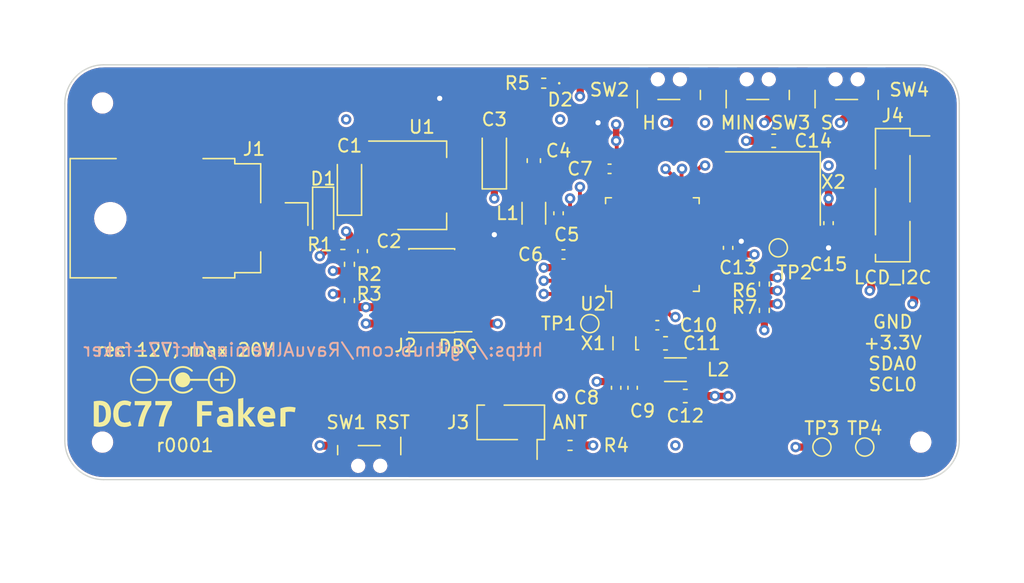
<source format=kicad_pcb>
(kicad_pcb (version 20221018) (generator pcbnew)
  (layers (0 "F.Cu" mixed "F.Cu.Gnd") (1 "In1.Cu" mixed "In1.Cu.SigPwr") (2 "In2.Cu" mixed "In2.Cu.SigPwr") (31 "B.Cu" mixed "B.Cu.Gnd") (34 "B.Paste" user) (35 "F.Paste" user) (36 "B.SilkS" user "B.Silkscreen") (37 "F.SilkS" user "F.Silkscreen") (38 "B.Mask" user) (39 "F.Mask" user) (44 "Edge.Cuts" user))
  (net 0 "")
  (net 1 "GND")
  (net 2 "Net-(C1-Pad1)")
  (net 3 "+3.3V")
  (net 4 "/VDDANA")
  (net 5 "Net-(D1-Pad2)")
  (net 6 "Net-(D2-Pad1)")
  (net 7 "/RAWGND")
  (net 8 "/VDDCORE")
  (net 9 "/VSW")
  (net 10 "/~{RST}")
  (net 12 "/LED")
  (net 13 "/SDA0")
  (net 14 "/SCL0")
  (net 16 "/SWDIO")
  (net 17 "/SWCLK")
  (net 21 "Net-(J3-Pad1)")
  (net 22 "Net-(R2-Pad2)")
  (net 23 "/TCC0WO0")
  (net 24 "/XIN")
  (net 25 "/XIN32")
  (net 48 "/VDDIN")
  (net 49 "/H")
  (net 50 "/MIN")
  (net 51 "/S")
  (net 52 "/VDDIO1")
  (net 53 "/VDDIO2")
  (footprint "JLCPCB:JLCPCB_Mounting_Hole" (layer "F.Cu") (at 152.908 86.106)
    (fp_text reference "REF**" hide)
    (fp_text value "JLCPCB_Mounting_Hole" hide)
    (pad "" np_thru_hole circle (at 0 0) (size 1.152 1.152) (drill 1.152) (layers "F&B.Cu" "*.Mask"))
  )
  (footprint "Connector_BarrelJack:BarrelJack_CUI_PJ-036AH-SMT_Horizontal" (layer "F.Cu") (at 160.512 68.834 -90)
    (fp_text reference "J1" (at -5.334 -4.08 180) (layer "F.SilkS"))
    (fp_text value "Barrel_Jack")
    (pad "" np_thru_hole circle (at 0 7 270) (size 2 2) (drill 2) (layers "*.Cu" "*.Mask"))
    (pad "1" smd rect (at 0.7 -5.8 270) (size 3.3 4.4) (layers "F.Cu" "F.Paste" "F.Mask") (net 5 "Net-(D1-Pad2)"))
    (pad "2" smd rect (at -6.45 3.2 270) (size 3.9 6.2) (layers "F.Cu" "F.Paste" "F.Mask") (net 7 "/RAWGND"))
    (pad "3" smd rect (at 6.45 3.2 270) (size 3.9 6.2) (layers "F.Cu" "F.Paste" "F.Mask"))
  )
  (footprint "Capacitor_SMD:C_0402_1005Metric" (layer "F.Cu") (at 188.087 68.453 90)
    (fp_text reference "C5" (at -1.651 0.635 180) (layer "F.SilkS"))
    (fp_text value "100nF" hide)
    (pad "1" smd roundrect (at -0.48 0 90) (size 0.56 0.62) (layers "F.Cu" "F.Paste" "F.Mask") (net 8 "/VDDCORE"))
    (pad "2" smd roundrect (at 0.48 0 90) (size 0.56 0.62) (layers "F.Cu" "F.Paste" "F.Mask") (net 1 "GND"))
  )
  (footprint "TestPoint:TestPoint_Pad_D1.0mm" (layer "F.Cu") (at 190.5 76.962)
    (fp_text reference "TP1" (at -2.413 0) (layer "F.SilkS"))
    (fp_text value "TestPoint" hide)
    (pad "1" smd circle (at 0 0) (size 1 1) (layers "F.Cu" "F.Mask") (net 25 "/XIN32"))
  )
  (footprint "Capacitor_SMD:C_0402_1005Metric" (layer "F.Cu") (at 188.468 71.628 180)
    (fp_text reference "C6" (at 2.54 0) (layer "F.SilkS"))
    (fp_text value "100nF" hide)
    (pad "1" smd roundrect (at -0.48 0 180) (size 0.56 0.62) (layers "F.Cu" "F.Paste" "F.Mask") (net 48 "/VDDIN"))
    (pad "2" smd roundrect (at 0.48 0 180) (size 0.56 0.62) (layers "F.Cu" "F.Paste" "F.Mask") (net 1 "GND"))
  )
  (footprint "Capacitor_SMD:C_0402_1005Metric" (layer "F.Cu") (at 193.802 81.915 90)
    (fp_text reference "C9" (at -1.778 0.762 180) (layer "F.SilkS"))
    (fp_text value "100nF" hide)
    (pad "1" smd roundrect (at -0.48 0 90) (size 0.56 0.62) (layers "F.Cu" "F.Paste" "F.Mask") (net 1 "GND"))
    (pad "2" smd roundrect (at 0.48 0 90) (size 0.56 0.62) (layers "F.Cu" "F.Paste" "F.Mask") (net 3 "+3.3V"))
  )
  (footprint "NetTie:NetTie-2_SMD_Pad0.5mm" (layer "F.Cu") (at 192.532 62.23 90)
    (fp_text reference "NT2" hide)
    (fp_text value "NetTie_2" hide)
    (fp_poly (pts (xy -0.5 -0.25) (xy 0.5 -0.25) (xy 0.5 0.25) (xy -0.5 0.25)) (fill solid) (layer "F.Cu"))
    (pad "1" smd circle (at -0.5 0 90) (size 0.5 0.5) (layers "F.Cu") (net 53 "/VDDIO2"))
    (pad "2" smd circle (at 0.5 0 90) (size 0.5 0.5) (layers "F.Cu") (net 3 "+3.3V"))
  )
  (footprint "Button_Switch_SMD_Side:Shou_Han_TS24CA" (layer "F.Cu") (at 173.482 87.884 180)
    (fp_text reference "SW1" (at 1.778 3.302 unlocked) (layer "F.SilkS"))
    (fp_text value "RST" (at -1.778 3.302 unlocked) (layer "F.SilkS"))
    (pad "" np_thru_hole circle (at -0.85 -0.05 180) (size 0.6 0.6) (drill 0.6) (layers "F&B.Cu" "*.Mask"))
    (pad "" np_thru_hole circle (at 0.85 -0.05 180) (size 0.6 0.6) (drill 0.6) (layers "F&B.Cu" "*.Mask"))
    (pad "1" smd rect (at -1.675 1.5 180) (size 1.15 1.3) (layers "F.Cu" "F.Paste" "F.Mask") (net 1 "GND"))
    (pad "2" smd rect (at 1.675 1.5 180) (size 1.15 1.3) (layers "F.Cu" "F.Paste" "F.Mask") (net 22 "Net-(R2-Pad2)"))
    (pad "3" smd rect (at -2.3 -0.05 180) (size 0.9 1.2) (layers "F.Cu" "F.Paste" "F.Mask"))
    (pad "3" smd rect (at 2.3 -0.05 180) (size 0.9 1.2) (layers "F.Cu" "F.Paste" "F.Mask"))
  )
  (footprint "Resistor_SMD:R_0402_1005Metric" (layer "F.Cu") (at 171.958 72.39 -90)
    (fp_text reference "R2" (at 0.762 -1.524 180) (layer "F.SilkS"))
    (fp_text value "330Ω" hide)
    (pad "1" smd roundrect (at -0.51 0 270) (size 0.54 0.64) (layers "F.Cu" "F.Paste" "F.Mask") (net 10 "/~{RST}"))
    (pad "2" smd roundrect (at 0.51 0 270) (size 0.54 0.64) (layers "F.Cu" "F.Paste" "F.Mask") (net 22 "Net-(R2-Pad2)"))
  )
  (footprint "Resistor_SMD:R_0402_1005Metric" (layer "F.Cu") (at 203.962 75.946 90)
    (fp_text reference "R7" (at 0.254 -1.524 180) (layer "F.SilkS"))
    (fp_text value "1.5kΩ" hide)
    (pad "1" smd roundrect (at -0.51 0 90) (size 0.54 0.64) (layers "F.Cu" "F.Paste" "F.Mask") (net 3 "+3.3V"))
    (pad "2" smd roundrect (at 0.51 0 90) (size 0.54 0.64) (layers "F.Cu" "F.Paste" "F.Mask") (net 13 "/SDA0"))
  )
  (footprint "NetTie:NetTie-2_SMD_Pad0.5mm" (layer "F.Cu") (at 202.692 71.628 180)
    (fp_text reference "NT4" hide)
    (fp_text value "NetTie_2" hide)
    (fp_poly (pts (xy -0.5 -0.25) (xy 0.5 -0.25) (xy 0.5 0.25) (xy -0.5 0.25)) (fill solid) (layer "F.Cu"))
    (pad "1" smd circle (at -0.5 0 180) (size 0.5 0.5) (layers "F.Cu") (net 53 "/VDDIO2"))
    (pad "2" smd circle (at 0.5 0 180) (size 0.5 0.5) (layers "F.Cu") (net 52 "/VDDIO1"))
  )
  (footprint "LED_SMD:LED_0402_1005Metric" (layer "F.Cu") (at 189.23 58.42)
    (fp_text reference "D2" (at -1.016 1.27) (layer "F.SilkS"))
    (fp_text value "LED" hide)
    (pad "1" smd roundrect (at -0.485 0) (size 0.59 0.64) (layers "F.Cu" "F.Paste" "F.Mask") (net 6 "Net-(D2-Pad1)"))
    (pad "2" smd roundrect (at 0.485 0) (size 0.59 0.64) (layers "F.Cu" "F.Paste" "F.Mask") (net 12 "/LED"))
  )
  (footprint "Capacitor_SMD:C_0402_1005Metric" (layer "F.Cu") (at 201.168 71.12 90)
    (fp_text reference "C13" (at -1.524 0.762) (layer "F.SilkS"))
    (fp_text value "100nF" hide)
    (pad "1" smd roundrect (at -0.48 0 90) (size 0.56 0.62) (layers "F.Cu" "F.Paste" "F.Mask") (net 52 "/VDDIO1"))
    (pad "2" smd roundrect (at 0.48 0 90) (size 0.56 0.62) (layers "F.Cu" "F.Paste" "F.Mask") (net 1 "GND"))
  )
  (footprint "Capacitor_Tantalum_SMD:CP_EIA-3216-18_Kemet-A" (layer "F.Cu") (at 183.134 64.262 90)
    (fp_text reference "C3" (at 3.048 0 180) (layer "F.SilkS"))
    (fp_text value "10µF" hide)
    (pad "1" smd roundrect (at -1.35 0 90) (size 1.4 1.35) (layers "F.Cu" "F.Paste" "F.Mask") (roundrect_rratio 0.1851851852) (net 3 "+3.3V"))
    (pad "2" smd roundrect (at 1.35 0 90) (size 1.4 1.35) (layers "F.Cu" "F.Paste" "F.Mask") (roundrect_rratio 0.1851851852) (net 7 "/RAWGND"))
  )
  (footprint "JLCPCB:JLCPCB_Mounting_Hole" (layer "F.Cu") (at 152.908 59.944)
    (fp_text reference "REF**" hide)
    (fp_text value "JLCPCB_Mounting_Hole" hide)
    (pad "" np_thru_hole circle (at 0 0) (size 1.152 1.152) (drill 1.152) (layers "F&B.Cu" "*.Mask"))
  )
  (footprint "Inductor_SMD:L_1206_3216Metric" (layer "F.Cu") (at 186.182 68.453 -90)
    (fp_text reference "L1" (at 0 2.032 180) (layer "F.SilkS"))
    (fp_text value "10µH" hide)
    (pad "1" smd roundrect (at -1.575 0 270) (size 1.05 1.9) (layers "F.Cu" "F.Paste" "F.Mask") (roundrect_rratio 0.2380952381) (net 8 "/VDDCORE"))
    (pad "2" smd roundrect (at 1.575 0 270) (size 1.05 1.9) (layers "F.Cu" "F.Paste" "F.Mask") (roundrect_rratio 0.2380952381) (net 9 "/VSW"))
  )
  (footprint "Package_TO_SOT_SMD:SOT-223-3_TabPin2" (layer "F.Cu") (at 177.546 66.294)
    (fp_text reference "U1" (at 0 -4.5) (layer "F.SilkS"))
    (fp_text value "NCP1117ST33T3G" hide)
    (pad "1" smd rect (at -3.15 -2.3) (size 2 1.5) (layers "F.Cu" "F.Paste" "F.Mask") (net 7 "/RAWGND"))
    (pad "2" smd rect (at -3.15 0) (size 2 1.5) (layers "F.Cu" "F.Paste" "F.Mask") (net 3 "+3.3V"))
    (pad "2" smd rect (at 3.15 0) (size 2 3.8) (layers "F.Cu" "F.Paste" "F.Mask") (net 3 "+3.3V"))
    (pad "3" smd rect (at -3.15 2.3) (size 2 1.5) (layers "F.Cu" "F.Paste" "F.Mask") (net 2 "Net-(C1-Pad1)"))
  )
  (footprint "Capacitor_SMD:C_0402_1005Metric" (layer "F.Cu") (at 195.707 77.089)
    (fp_text reference "C10" (at 3.175 0) (layer "F.SilkS"))
    (fp_text value "100nF" hide)
    (pad "1" smd roundrect (at -0.48 0) (size 0.56 0.62) (layers "F.Cu" "F.Paste" "F.Mask") (net 4 "/VDDANA"))
    (pad "2" smd roundrect (at 0.48 0) (size 0.56 0.62) (layers "F.Cu" "F.Paste" "F.Mask") (net 1 "GND"))
  )
  (footprint "Resistor_SMD:R_0402_1005Metric" (layer "F.Cu") (at 171.45 70.866 180)
    (fp_text reference "R1" (at 1.778 0) (layer "F.SilkS"))
    (fp_text value "2.2kΩ" hide)
    (pad "1" smd roundrect (at -0.51 0 180) (size 0.54 0.64) (layers "F.Cu" "F.Paste" "F.Mask") (net 10 "/~{RST}"))
    (pad "2" smd roundrect (at 0.51 0 180) (size 0.54 0.64) (layers "F.Cu" "F.Paste" "F.Mask") (net 3 "+3.3V"))
  )
  (footprint "JLCPCB:JLCPCB_Mounting_Hole" (layer "F.Cu") (at 216.027 86.106)
    (fp_text reference "REF**" hide)
    (fp_text value "JLCPCB_Mounting_Hole" hide)
    (pad "" np_thru_hole circle (at 0 0) (size 1.152 1.152) (drill 1.152) (layers "F&B.Cu" "*.Mask"))
  )
  (footprint "NetTie:NetTie-2_SMD_Pad0.5mm" (layer "F.Cu") (at 183.134 59.69 90)
    (fp_text reference "NT1" hide)
    (fp_text value "NetTie_2" hide)
    (fp_poly (pts (xy -0.5 -0.25) (xy 0.5 -0.25) (xy 0.5 0.25) (xy -0.5 0.25)) (fill solid) (layer "F.Cu"))
    (pad "1" smd circle (at -0.5 0 90) (size 0.5 0.5) (layers "F.Cu") (net 7 "/RAWGND"))
    (pad "2" smd circle (at 0.5 0 90) (size 0.5 0.5) (layers "F.Cu") (net 1 "GND"))
  )
  (footprint "Package_QFP:TQFP-48_7x7mm_P0.5mm" (layer "F.Cu") (at 195.326 70.866 90)
    (fp_text reference "U2" (at -4.572 -4.572 180) (layer "F.SilkS"))
    (fp_text value "ATSAML21G18B-AUT" hide)
    (pad "1" smd roundrect (at -4.1625 -2.75 90) (size 1.475 0.3) (layers "F.Cu" "F.Paste" "F.Mask") (net 25 "/XIN32"))
    (pad "2" smd roundrect (at -4.1625 -2.25 90) (size 1.475 0.3) (layers "F.Cu" "F.Paste" "F.Mask"))
    (pad "3" smd roundrect (at -4.1625 -1.75 90) (size 1.475 0.3) (layers "F.Cu" "F.Paste" "F.Mask") (net 1 "GND"))
    (pad "4" smd roundrect (at -4.1625 -1.25 90) (size 1.475 0.3) (layers "F.Cu" "F.Paste" "F.Mask") (net 1 "GND"))
    (pad "5" smd roundrect (at -4.1625 -0.75 90) (size 1.475 0.3) (layers "F.Cu" "F.Paste" "F.Mask") (net 1 "GND"))
    (pad "6" smd roundrect (at -4.1625 -0.25 90) (size 1.475 0.3) (layers "F.Cu" "F.Paste" "F.Mask") (net 4 "/VDDANA"))
    (pad "7" smd roundrect (at -4.1625 0.25 90) (size 1.475 0.3) (layers "F.Cu" "F.Paste" "F.Mask"))
    (pad "8" smd roundrect (at -4.1625 0.75 90) (size 1.475 0.3) (layers "F.Cu" "F.Paste" "F.Mask"))
    (pad "9" smd roundrect (at -4.1625 1.25 90) (size 1.475 0.3) (layers "F.Cu" "F.Paste" "F.Mask") (net 23 "/TCC0WO0"))
    (pad "10" smd roundrect (at -4.1625 1.75 90) (size 1.475 0.3) (layers "F.Cu" "F.Paste" "F.Mask"))
    (pad "11" smd roundrect (at -4.1625 2.25 90) (size 1.475 0.3) (layers "F.Cu" "F.Paste" "F.Mask"))
    (pad "12" smd roundrect (at -4.1625 2.75 90) (size 1.475 0.3) (layers "F.Cu" "F.Paste" "F.Mask"))
    (pad "13" smd roundrect (at -2.75 4.1625 90) (size 0.3 1.475) (layers "F.Cu" "F.Paste" "F.Mask") (net 13 "/SDA0"))
    (pad "14" smd roundrect (at -2.25 4.1625 90) (size 0.3 1.475) (layers "F.Cu" "F.Paste" "F.Mask") (net 14 "/SCL0"))
    (pad "15" smd roundrect (at -1.75 4.1625 90) (size 0.3 1.475) (layers "F.Cu" "F.Paste" "F.Mask"))
    (pad "16" smd roundrect (at -1.25 4.1625 90) (size 0.3 1.475) (layers "F.Cu" "F.Paste" "F.Mask"))
    (pad "17" smd roundrect (at -0.75 4.1625 90) (size 0.3 1.475) (layers "F.Cu" "F.Paste" "F.Mask") (net 52 "/VDDIO1"))
    (pad "18" smd roundrect (at -0.25 4.1625 90) (size 0.3 1.475) (layers "F.Cu" "F.Paste" "F.Mask") (net 1 "GND"))
    (pad "19" smd roundrect (at 0.25 4.1625 90) (size 0.3 1.475) (layers "F.Cu" "F.Paste" "F.Mask"))
    (pad "20" smd roundrect (at 0.75 4.1625 90) (size 0.3 1.475) (layers "F.Cu" "F.Paste" "F.Mask"))
    (pad "21" smd roundrect (at 1.25 4.1625 90) (size 0.3 1.475) (layers "F.Cu" "F.Paste" "F.Mask"))
    (pad "22" smd roundrect (at 1.75 4.1625 90) (size 0.3 1.475) (layers "F.Cu" "F.Paste" "F.Mask"))
    (pad "23" smd roundrect (at 2.25 4.1625 90) (size 0.3 1.475) (layers "F.Cu" "F.Paste" "F.Mask") (net 24 "/XIN"))
    (pad "24" smd roundrect (at 2.75 4.1625 90) (size 0.3 1.475) (layers "F.Cu" "F.Paste" "F.Mask"))
    (pad "25" smd roundrect (at 4.1625 2.75 90) (size 1.475 0.3) (layers "F.Cu" "F.Paste" "F.Mask") (net 51 "/S"))
    (pad "26" smd roundrect (at 4.1625 2.25 90) (size 1.475 0.3) (layers "F.Cu" "F.Paste" "F.Mask") (net 50 "/MIN"))
    (pad "27" smd roundrect (at 4.1625 1.75 90) (size 1.475 0.3) (layers "F.Cu" "F.Paste" "F.Mask") (net 49 "/H"))
    (pad "28" smd roundrect (at 4.1625 1.25 90) (size 1.475 0.3) (layers "F.Cu" "F.Paste" "F.Mask"))
    (pad "29" smd roundrect (at 4.1625 0.75 90) (size 1.475 0.3) (layers "F.Cu" "F.Paste" "F.Mask"))
    (pad "30" smd roundrect (at 4.1625 0.25 90) (size 1.475 0.3) (layers "F.Cu" "F.Paste" "F.Mask"))
    (pad "31" smd roundrect (at 4.1625 -0.25 90) (size 1.475 0.3) (layers "F.Cu" "F.Paste" "F.Mask"))
    (pad "32" smd roundrect (at 4.1625 -0.75 90) (size 1.475 0.3) (layers "F.Cu" "F.Paste" "F.Mask"))
    (pad "33" smd roundrect (at 4.1625 -1.25 90) (size 1.475 0.3) (layers "F.Cu" "F.Paste" "F.Mask"))
    (pad "34" smd roundrect (at 4.1625 -1.75 90) (size 1.475 0.3) (layers "F.Cu" "F.Paste" "F.Mask"))
    (pad "35" smd roundrect (at 4.1625 -2.25 90) (size 1.475 0.3) (layers "F.Cu" "F.Paste" "F.Mask") (net 1 "GND"))
    (pad "36" smd roundrect (at 4.1625 -2.75 90) (size 1.475 0.3) (layers "F.Cu" "F.Paste" "F.Mask") (net 53 "/VDDIO2"))
    (pad "37" smd roundrect (at 2.75 -4.1625 90) (size 0.3 1.475) (layers "F.Cu" "F.Paste" "F.Mask"))
    (pad "38" smd roundrect (at 2.25 -4.1625 90) (size 0.3 1.475) (layers "F.Cu" "F.Paste" "F.Mask"))
    (pad "39" smd roundrect (at 1.75 -4.1625 90) (size 0.3 1.475) (layers "F.Cu" "F.Paste" "F.Mask") (net 12 "/LED"))
    (pad "40" smd roundrect (at 1.25 -4.1625 90) (size 0.3 1.475) (layers "F.Cu" "F.Paste" "F.Mask") (net 10 "/~{RST}"))
    (pad "41" smd roundrect (at 0.75 -4.1625 90) (size 0.3 1.475) (layers "F.Cu" "F.Paste" "F.Mask") (net 8 "/VDDCORE"))
    (pad "42" smd roundrect (at 0.25 -4.1625 90) (size 0.3 1.475) (layers "F.Cu" "F.Paste" "F.Mask") (net 1 "GND"))
    (pad "43" smd roundrect (at -0.25 -4.1625 90) (size 0.3 1.475) (layers "F.Cu" "F.Paste" "F.Mask") (net 9 "/VSW"))
    (pad "44" smd roundrect (at -0.75 -4.1625 90) (size 0.3 1.475) (layers "F.Cu" "F.Paste" "F.Mask") (net 48 "/VDDIN"))
    (pad "45" smd roundrect (at -1.25 -4.1625 90) (size 0.3 1.475) (layers "F.Cu" "F.Paste" "F.Mask") (net 17 "/SWCLK"))
    (pad "46" smd roundrect (at -1.75 -4.1625 90) (size 0.3 1.475) (layers "F.Cu" "F.Paste" "F.Mask") (net 16 "/SWDIO"))
    (pad "47" smd roundrect (at -2.25 -4.1625 90) (size 0.3 1.475) (layers "F.Cu" "F.Paste" "F.Mask") (net 1 "GND"))
    (pad "48" smd roundrect (at -2.75 -4.1625 90) (size 0.3 1.475) (layers "F.Cu" "F.Paste" "F.Mask") (net 1 "GND"))
  )
  (footprint "Resistor_SMD:R_0402_1005Metric" (layer "F.Cu") (at 171.958 75.184 90)
    (fp_text reference "R3" (at 0.508 1.524 180) (layer "F.SilkS"))
    (fp_text value "1kΩ" hide)
    (pad "1" smd roundrect (at -0.51 0 90) (size 0.54 0.64) (layers "F.Cu" "F.Paste" "F.Mask") (net 17 "/SWCLK"))
    (pad "2" smd roundrect (at 0.51 0 90) (size 0.54 0.64) (layers "F.Cu" "F.Paste" "F.Mask") (net 3 "+3.3V"))
  )
  (footprint "Capacitor_SMD:C_0603_1608Metric" (layer "F.Cu") (at 196.342 78.486)
    (fp_text reference "C11" (at 2.794 0) (layer "F.SilkS"))
    (fp_text value "10µF" hide)
    (pad "1" smd roundrect (at -0.775 0) (size 0.9 0.95) (layers "F.Cu" "F.Paste" "F.Mask") (net 4 "/VDDANA"))
    (pad "2" smd roundrect (at 0.775 0) (size 0.9 0.95) (layers "F.Cu" "F.Paste" "F.Mask") (net 1 "GND"))
  )
  (footprint "Diode_SMD_MicroSMP:D_MicroSMP_AK" (layer "F.Cu") (at 169.926 68.58 -90)
    (fp_text reference "D1" (at -2.794 0 unlocked) (layer "F.SilkS"))
    (fp_text value "MSS1P3L-M3/89A" hide)
    (pad "1" smd rect (at -0.88 0 270) (size 2 1.1) (layers "F.Cu" "F.Paste" "F.Mask") (net 2 "Net-(C1-Pad1)"))
    (pad "2" smd rect (at 1.02 0 270) (size 0.8 0.8) (layers "F.Cu" "F.Paste" "F.Mask") (net 5 "Net-(D1-Pad2)"))
  )
  (footprint "Capacitor_SMD:C_0402_1005Metric" (layer "F.Cu") (at 192.024 65.024 180)
    (fp_text reference "C7" (at 2.286 0) (layer "F.SilkS"))
    (fp_text value "100nF" hide)
    (pad "1" smd roundrect (at -0.48 0 180) (size 0.56 0.62) (layers "F.Cu" "F.Paste" "F.Mask") (net 53 "/VDDIO2"))
    (pad "2" smd roundrect (at 0.48 0 180) (size 0.56 0.62) (layers "F.Cu" "F.Paste" "F.Mask") (net 1 "GND"))
  )
  (footprint "Resistor_SMD:R_0402_1005Metric" (layer "F.Cu") (at 188.976 86.36)
    (fp_text reference "R4" (at 3.556 0) (layer "F.SilkS"))
    (fp_text value "1kΩ" hide)
    (pad "1" smd roundrect (at -0.51 0) (size 0.54 0.64) (layers "F.Cu" "F.Paste" "F.Mask") (net 21 "Net-(J3-Pad1)"))
    (pad "2" smd roundrect (at 0.51 0) (size 0.54 0.64) (layers "F.Cu" "F.Paste" "F.Mask") (net 23 "/TCC0WO0"))
  )
  (footprint "Oscillator:Oscillator_SMD_SeikoEpson_SG3030CM" (layer "F.Cu") (at 193.167 78.486 90)
    (fp_text reference "X1" (at 0 -2.413 180) (layer "F.SilkS"))
    (fp_text value "32.768kHz" hide)
    (pad "1" smd rect (at -1.325 0.6 90) (size 1.05 0.8) (layers "F.Cu" "F.Paste" "F.Mask") (net 3 "+3.3V"))
    (pad "2" smd rect (at 1.325 0.6 90) (size 1.05 0.8) (layers "F.Cu" "F.Paste" "F.Mask") (net 1 "GND"))
    (pad "3" smd rect (at 1.325 -0.6 90) (size 1.05 0.8) (layers "F.Cu" "F.Paste" "F.Mask") (net 25 "/XIN32"))
    (pad "4" smd rect (at -1.325 -0.6 90) (size 1.05 0.8) (layers "F.Cu" "F.Paste" "F.Mask") (net 3 "+3.3V"))
  )
  (footprint "Capacitor_SMD:C_0402_1005Metric" (layer "F.Cu") (at 192.532 81.915 90)
    (fp_text reference "C8" (at -0.762 -2.286 180) (layer "F.SilkS"))
    (fp_text value "100nF" hide)
    (pad "1" smd roundrect (at -0.48 0 90) (size 0.56 0.62) (layers "F.Cu" "F.Paste" "F.Mask") (net 1 "GND"))
    (pad "2" smd roundrect (at 0.48 0 90) (size 0.56 0.62) (layers "F.Cu" "F.Paste" "F.Mask") (net 3 "+3.3V"))
  )
  (footprint "Capacitor_SMD:C_0402_1005Metric" (layer "F.Cu") (at 172.974 71.374 -90)
    (fp_text reference "C2" (at -0.762 -2.032 180) (layer "F.SilkS"))
    (fp_text value "100nF" hide)
    (pad "1" smd roundrect (at -0.48 0 270) (size 0.56 0.62) (layers "F.Cu" "F.Paste" "F.Mask") (net 1 "GND"))
    (pad "2" smd roundrect (at 0.48 0 270) (size 0.56 0.62) (layers "F.Cu" "F.Paste" "F.Mask") (net 10 "/~{RST}"))
  )
  (footprint "Capacitor_SMD:C_0402_1005Metric" (layer "F.Cu") (at 208.915 69.215 90)
    (fp_text reference "C15" (at -3.175 0 180) (layer "F.SilkS"))
    (fp_text value "100nF" hide)
    (pad "1" smd roundrect (at -0.48 0 90) (size 0.56 0.62) (layers "F.Cu" "F.Paste" "F.Mask") (net 1 "GND"))
    (pad "2" smd roundrect (at 0.48 0 90) (size 0.56 0.62) (layers "F.Cu" "F.Paste" "F.Mask") (net 3 "+3.3V"))
  )
  (footprint "TestPoint:TestPoint_Pad_D1.0mm" (layer "F.Cu") (at 211.709 86.487)
    (fp_text reference "TP4" (at 0 -1.448) (layer "F.SilkS"))
    (fp_text value "TestPoint" hide)
    (pad "1" smd circle (at 0 0) (size 1 1) (layers "F.Cu" "F.Mask") (net 1 "GND"))
  )
  (footprint "Connector_PinHeader_1.27mm:PinHeader_2x05_P1.27mm_Vertical_SMD" (layer "F.Cu") (at 178.308 74.422 180)
    (fp_text reference "J2" (at 2.032 -4.235) (layer "F.SilkS"))
    (fp_text value "DBG" (at -2.032 -4.318) (layer "F.SilkS"))
    (pad "1" smd rect (at -1.95 -2.54 180) (size 2.4 0.74) (layers "F.Cu" "F.Paste" "F.Mask") (net 3 "+3.3V"))
    (pad "2" smd rect (at 1.95 -2.54 180) (size 2.4 0.74) (layers "F.Cu" "F.Paste" "F.Mask") (net 16 "/SWDIO"))
    (pad "3" smd rect (at -1.95 -1.27 180) (size 2.4 0.74) (layers "F.Cu" "F.Paste" "F.Mask") (net 1 "GND"))
    (pad "4" smd rect (at 1.95 -1.27 180) (size 2.4 0.74) (layers "F.Cu" "F.Paste" "F.Mask") (net 17 "/SWCLK"))
    (pad "5" smd rect (at -1.95 0 180) (size 2.4 0.74) (layers "F.Cu" "F.Paste" "F.Mask") (net 1 "GND"))
    (pad "6" smd rect (at 1.95 0 180) (size 2.4 0.74) (layers "F.Cu" "F.Paste" "F.Mask"))
    (pad "7" smd rect (at -1.95 1.27 180) (size 2.4 0.74) (layers "F.Cu" "F.Paste" "F.Mask"))
    (pad "8" smd rect (at 1.95 1.27 180) (size 2.4 0.74) (layers "F.Cu" "F.Paste" "F.Mask"))
    (pad "9" smd rect (at -1.95 2.54 180) (size 2.4 0.74) (layers "F.Cu" "F.Paste" "F.Mask"))
    (pad "10" smd rect (at 1.95 2.54 180) (size 2.4 0.74) (layers "F.Cu" "F.Paste" "F.Mask") (net 10 "/~{RST}"))
  )
  (footprint "Inductor_SMD:L_1206_3216Metric" (layer "F.Cu") (at 197.104 80.518 180)
    (fp_text reference "L2" (at -3.302 0) (layer "F.SilkS"))
    (fp_text value "10µH" hide)
    (pad "1" smd roundrect (at -1.575 0 180) (size 1.05 1.9) (layers "F.Cu" "F.Paste" "F.Mask") (roundrect_rratio 0.2380952381) (net 48 "/VDDIN"))
    (pad "2" smd roundrect (at 1.575 0 180) (size 1.05 1.9) (layers "F.Cu" "F.Paste" "F.Mask") (roundrect_rratio 0.2380952381) (net 4 "/VDDANA"))
  )
  (footprint "Button_Switch_SMD_Side:Shou_Han_TS24CA" (layer "F.Cu") (at 196.596 58.166)
    (fp_text reference "SW2" (at -4.572 0.762 unlocked) (layer "F.SilkS"))
    (fp_text value "H" (at -1.524 3.302 unlocked) (layer "F.SilkS"))
    (pad "" np_thru_hole circle (at -0.85 -0.05) (size 0.6 0.6) (drill 0.6) (layers "F&B.Cu" "*.Mask"))
    (pad "" np_thru_hole circle (at 0.85 -0.05) (size 0.6 0.6) (drill 0.6) (layers "F&B.Cu" "*.Mask"))
    (pad "1" smd rect (at -1.675 1.5) (size 1.15 1.3) (layers "F.Cu" "F.Paste" "F.Mask") (net 1 "GND"))
    (pad "2" smd rect (at 1.675 1.5) (size 1.15 1.3) (layers "F.Cu" "F.Paste" "F.Mask") (net 49 "/H"))
    (pad "3" smd rect (at -2.3 -0.05) (size 0.9 1.2) (layers "F.Cu" "F.Paste" "F.Mask"))
    (pad "3" smd rect (at 2.3 -0.05) (size 0.9 1.2) (layers "F.Cu" "F.Paste" "F.Mask"))
  )
  (footprint "Button_Switch_SMD_Side:Shou_Han_TS24CA" (layer "F.Cu") (at 210.312 58.166)
    (fp_text reference "SW4" (at 4.826 0.762 unlocked) (layer "F.SilkS"))
    (fp_text value "S" (at -1.524 3.302 unlocked) (layer "F.SilkS"))
    (pad "" np_thru_hole circle (at -0.85 -0.05) (size 0.6 0.6) (drill 0.6) (layers "F&B.Cu" "*.Mask"))
    (pad "" np_thru_hole circle (at 0.85 -0.05) (size 0.6 0.6) (drill 0.6) (layers "F&B.Cu" "*.Mask"))
    (pad "1" smd rect (at -1.675 1.5) (size 1.15 1.3) (layers "F.Cu" "F.Paste" "F.Mask") (net 1 "GND"))
    (pad "2" smd rect (at 1.675 1.5) (size 1.15 1.3) (layers "F.Cu" "F.Paste" "F.Mask") (net 51 "/S"))
    (pad "3" smd rect (at -2.3 -0.05) (size 0.9 1.2) (layers "F.Cu" "F.Paste" "F.Mask"))
    (pad "3" smd rect (at 2.3 -0.05) (size 0.9 1.2) (layers "F.Cu" "F.Paste" "F.Mask"))
  )
  (footprint "TestPoint:TestPoint_Pad_D1.0mm" (layer "F.Cu") (at 208.407 86.487)
    (fp_text reference "TP3" (at 0 -1.448) (layer "F.SilkS"))
    (fp_text value "TestPoint" hide)
    (pad "1" smd circle (at 0 0) (size 1 1) (layers "F.Cu" "F.Mask") (net 3 "+3.3V"))
  )
  (footprint "Capacitor_SMD:C_0603_1608Metric" (layer "F.Cu") (at 204.686 62.865)
    (fp_text reference "C14" (at 3.048 0) (layer "F.SilkS"))
    (fp_text value "10µF" hide)
    (pad "1" smd roundrect (at -0.775 0) (size 0.9 0.95) (layers "F.Cu" "F.Paste" "F.Mask") (net 53 "/VDDIO2"))
    (pad "2" smd roundrect (at 0.775 0) (size 0.9 0.95) (layers "F.Cu" "F.Paste" "F.Mask") (net 1 "GND"))
  )
  (footprint "Oscillator_Microchip:Oscillator_SMD_Microchip_DSC8001A-6Pin_7.0x5.0mm" (layer "F.Cu") (at 204.47 66.675 -90)
    (fp_text reference "X2" (at -0.635 -4.826) (layer "F.SilkS"))
    (fp_text value "31MHz")
    (pad "1" smd rect (at -2 -2.54 270) (size 1.4 1.4) (layers "F.Cu" "F.Paste" "F.Mask") (net 3 "+3.3V"))
    (pad "2" smd rect (at -2 2.54 270) (size 1.4 1.4) (layers "F.Cu" "F.Paste" "F.Mask") (net 1 "GND"))
    (pad "3" smd rect (at 2 2.54 270) (size 1.4 1.4) (layers "F.Cu" "F.Paste" "F.Mask") (net 24 "/XIN"))
    (pad "4" smd rect (at 2 -2.54 270) (size 1.4 1.4) (layers "F.Cu" "F.Paste" "F.Mask") (net 3 "+3.3V"))
  )
  (footprint "Capacitor_SMD:C_0603_1608Metric" (layer "F.Cu") (at 186.182 64.389 90)
    (fp_text reference "C4" (at 0.762 1.905 180) (layer "F.SilkS"))
    (fp_text value "1µF" hide)
    (pad "1" smd roundrect (at -0.775 0 90) (size 0.9 0.95) (layers "F.Cu" "F.Paste" "F.Mask") (net 8 "/VDDCORE"))
    (pad "2" smd roundrect (at 0.775 0 90) (size 0.9 0.95) (layers "F.Cu" "F.Paste" "F.Mask") (net 1 "GND"))
  )
  (footprint "Resistor_SMD:R_0402_1005Metric" (layer "F.Cu") (at 186.944 58.42)
    (fp_text reference "R5" (at -2.032 0) (layer "F.SilkS"))
    (fp_text value "330Ω" hide)
    (pad "1" smd roundrect (at -0.51 0) (size 0.54 0.64) (layers "F.Cu" "F.Paste" "F.Mask") (net 1 "GND"))
    (pad "2" smd roundrect (at 0.51 0) (size 0.54 0.64) (layers "F.Cu" "F.Paste" "F.Mask") (net 6 "Net-(D2-Pad1)"))
  )
  (footprint "Resistor_SMD:R_0402_1005Metric" (layer "F.Cu") (at 203.962 73.912 -90)
    (fp_text reference "R6" (at 0.51 1.524 180) (layer "F.SilkS"))
    (fp_text value "1.5kΩ" hide)
    (pad "1" smd roundrect (at -0.51 0 270) (size 0.54 0.64) (layers "F.Cu" "F.Paste" "F.Mask") (net 3 "+3.3V"))
    (pad "2" smd roundrect (at 0.51 0 270) (size 0.54 0.64) (layers "F.Cu" "F.Paste" "F.Mask") (net 14 "/SCL0"))
  )
  (footprint "Connector_PinHeader_2.54mm:PinHeader_1x02_P2.54mm_Vertical_SMD_Pin1Right" (layer "F.Cu") (at 184.404 84.582 -90)
    (fp_text reference "J3" (at 0 4.064 180) (layer "F.SilkS"))
    (fp_text value "ANT" (at 0 -4.572 180) (layer "F.SilkS"))
    (pad "1" smd rect (at 1.655 -1.27 270) (size 2.51 1) (layers "F.Cu" "F.Paste" "F.Mask") (net 21 "Net-(J3-Pad1)"))
    (pad "2" smd rect (at -1.655 1.27 270) (size 2.51 1) (layers "F.Cu" "F.Paste" "F.Mask") (net 1 "GND"))
  )
  (footprint "NetTie:NetTie-2_SMD_Pad0.5mm" (layer "F.Cu") (at 200.66 82.55)
    (fp_text reference "NT3" hide)
    (fp_text value "NetTie_2" hide)
    (fp_poly (pts (xy -0.5 -0.25) (xy 0.5 -0.25) (xy 0.5 0.25) (xy -0.5 0.25)) (fill solid) (layer "F.Cu"))
    (pad "1" smd circle (at -0.5 0) (size 0.5 0.5) (layers "F.Cu") (net 48 "/VDDIN"))
    (pad "2" smd circle (at 0.5 0) (size 0.5 0.5) (layers "F.Cu") (net 3 "+3.3V"))
  )
  (footprint "Capacitor_Tantalum_SMD:CP_EIA-3216-18_Kemet-A" (layer "F.Cu") (at 171.958 66.294 90)
    (fp_text reference "C1" (at 3.048 0 180) (layer "F.SilkS"))
    (fp_text value "10µF" hide)
    (pad "1" smd roundrect (at -1.35 0 90) (size 1.4 1.35) (layers "F.Cu" "F.Paste" "F.Mask") (roundrect_rratio 0.1851851852) (net 2 "Net-(C1-Pad1)"))
    (pad "2" smd roundrect (at 1.35 0 90) (size 1.4 1.35) (layers "F.Cu" "F.Paste" "F.Mask") (roundrect_rratio 0.1851851852) (net 7 "/RAWGND"))
  )
  (footprint "Button_Switch_SMD_Side:Shou_Han_TS24CA" (layer "F.Cu") (at 203.454 58.166)
    (fp_text reference "SW3" (at 2.54 3.302 unlocked) (layer "F.SilkS"))
    (fp_text value "MIN" (at -1.524 3.302 unlocked) (layer "F.SilkS"))
    (pad "" np_thru_hole circle (at -0.85 -0.05) (size 0.6 0.6) (drill 0.6) (layers "F&B.Cu" "*.Mask"))
    (pad "" np_thru_hole circle (at 0.85 -0.05) (size 0.6 0.6) (drill 0.6) (layers "F&B.Cu" "*.Mask"))
    (pad "1" smd rect (at -1.675 1.5) (size 1.15 1.3) (layers "F.Cu" "F.Paste" "F.Mask") (net 1 "GND"))
    (pad "2" smd rect (at 1.675 1.5) (size 1.15 1.3) (layers "F.Cu" "F.Paste" "F.Mask") (net 50 "/MIN"))
    (pad "3" smd rect (at -2.3 -0.05) (size 0.9 1.2) (layers "F.Cu" "F.Paste" "F.Mask"))
    (pad "3" smd rect (at 2.3 -0.05) (size 0.9 1.2) (layers "F.Cu" "F.Paste" "F.Mask"))
  )
  (footprint "Capacitor_SMD:C_0603_1608Metric" (layer "F.Cu") (at 197.866 82.55 180)
    (fp_text reference "C12" (at 0 -1.524) (layer "F.SilkS"))
    (fp_text value "10µF" hide)
    (pad "1" smd roundrect (at -0.775 0 180) (size 0.9 0.95) (layers "F.Cu" "F.Paste" "F.Mask") (net 48 "/VDDIN"))
    (pad "2" smd roundrect (at 0.775 0 180) (size 0.9 0.95) (layers "F.Cu" "F.Paste" "F.Mask") (net 1 "GND"))
  )
  (footprint "TestPoint:TestPoint_Pad_D1.0mm" (layer "F.Cu") (at 205.04 71.12)
    (fp_text reference "TP2" (at 1.27 1.905) (layer "F.SilkS"))
    (fp_text value "TestPoint" hide)
    (pad "1" smd circle (at 0 0) (size 1 1) (layers "F.Cu" "F.Mask") (net 24 "/XIN"))
  )
  (footprint "Connector_PinHeader_2.54mm:PinHeader_1x04_P2.54mm_Vertical_SMD_Pin1Right" (layer "F.Cu") (at 213.868 67.056)
    (fp_text reference "J4" (at 0 -6.14) (layer "F.SilkS"))
    (fp_text value "LCD_I2C" (at 0 6.35) (layer "F.SilkS"))
    (pad "1" smd rect (at 1.655 -3.81) (size 2.51 1) (layers "F.Cu" "F.Paste" "F.Mask") (net 1 "GND"))
    (pad "2" smd rect (at -1.655 -1.27) (size 2.51 1) (layers "F.Cu" "F.Paste" "F.Mask") (net 3 "+3.3V"))
    (pad "3" smd rect (at 1.655 1.27) (size 2.51 1) (layers "F.Cu" "F.Paste" "F.Mask") (net 13 "/SDA0"))
    (pad "4" smd rect (at -1.655 3.81) (size 2.51 1) (layers "F.Cu" "F.Paste" "F.Mask") (net 14 "/SCL0"))
  )
  (footprint "kibuzzard-639272B4" (layer "F.Cu") (at 160.02 83.82)
    (fp_text reference "kibuzzard-1" hide)
    (fp_text value "G***" hide)
  )
  (gr_line (start 159.1 81.3) (end 161.1 81.3) (stroke (width 0.15)) (layer "F.SilkS"))
  (gr_arc (start 159.8 82) (mid 158.110051 81.3) (end 159.8 80.6) (stroke (width 0.15)) (layer "F.SilkS"))
  (gr_line (start 155.6 81.3) (end 156.6 81.3) (stroke (width 0.15)) (layer "F.SilkS"))
  (gr_circle (center 159.1 81.3) (end 159.6 81.3) (stroke (width 0.15)) (fill solid) (layer "F.SilkS"))
  (gr_line (start 162.1 81.8) (end 162.1 80.8) (stroke (width 0.15)) (layer "F.SilkS"))
  (gr_circle (center 162.1 81.3) (end 163.1 81.3) (stroke (width 0.15)) (fill none) (layer "F.SilkS"))
  (gr_line (start 157.1 81.3) (end 158.110051 81.3) (stroke (width 0.15)) (layer "F.SilkS"))
  (gr_line (start 161.6 81.3) (end 162.6 81.3) (stroke (width 0.15)) (layer "F.SilkS"))
  (gr_circle (center 156.1 81.3) (end 157.1 81.3) (stroke (width 0.15)) (fill none) (layer "F.SilkS"))
  (gr_line (start 150 60) (end 150 86) (stroke (width 0.1)) (layer "Edge.Cuts"))
  (gr_arc (start 219 86) (mid 218.12132 88.12132) (end 216 89) (stroke (width 0.1)) (layer "Edge.Cuts"))
  (gr_line (start 219 86) (end 219 60) (stroke (width 0.1)) (layer "Edge.Cuts"))
  (gr_line (start 216 57) (end 153 57) (stroke (width 0.1)) (layer "Edge.Cuts"))
  (gr_arc (start 150 60) (mid 150.87868 57.87868) (end 153 57) (stroke (width 0.1)) (layer "Edge.Cuts"))
  (gr_line (start 153 89) (end 216 89) (stroke (width 0.1)) (layer "Edge.Cuts"))
  (gr_arc (start 216 57) (mid 218.12132 57.87868) (end 219 60) (stroke (width 0.1)) (layer "Edge.Cuts"))
  (gr_arc (start 153 89) (mid 150.87868 88.12132) (end 150 86) (stroke (width 0.1)) (layer "Edge.Cuts"))
  (gr_text "https://github.com/RavuAlHemio/dcf77-faker" (at 169.164 78.994) (layer "B.SilkS") (effects (font (size 1 1)) (justify mirror)))
  (gr_text "rec 12V, max 20V" (at 159.258 78.994) (layer "F.SilkS") (effects (font (size 1 1))))
  (gr_text "GND\n+3.3V\nSDA0\nSCL0" (at 213.868 79.248) (layer "F.SilkS") (effects (font (size 1 1))))
  (gr_text "r0001" (at 159.258 86.36) (layer "F.SilkS") (effects (font (size 1 1))))
  (segment (start 193.576 75.0285) (end 193.576 76.934) (width 0.299974) (layer "F.Cu") (net 1))
  (segment (start 194.576 75.0285) (end 194.576 76.442) (width 0.299974) (layer "F.Cu") (net 1))
  (segment (start 194.576 76.442) (end 194.076 76.942) (width 0.299974) (layer "F.Cu") (net 1))
  (segment (start 194.076 76.942) (end 194.076 75.0285) (width 0.299974) (layer "F.Cu") (net 1))
  (segment (start 197.104 77.978) (end 197.104 78.486) (width 0.620014) (layer "F.Cu") (net 1))
  (segment (start 196.215 77.089) (end 197.104 77.978) (width 0.620014) (layer "F.Cu") (net 1))
  (segment (start 193.767 77.034) (end 193.857 77.034) (width 0.299974) (layer "F.Cu") (net 1))
  (via (at 191.135 61.468) (size 0.8) (drill 0.4) (layers "F.Cu" "B.Cu") (net 1))
  (via (at 208.915 71.12) (size 0.8) (drill 0.4) (layers "F.Cu" "B.Cu") (net 1))
  (via (at 202.184 70.612) (size 0.8) (drill 0.4) (layers "F.Cu" "B.Cu") (net 1))
  (via (at 178.9176 59.5884) (size 0.8) (drill 0.4) (layers "F.Cu" "B.Cu") (net 1))
  (via (at 183.134 70.104) (size 0.8) (drill 0.4) (layers "F.Cu" "B.Cu") (net 1))
  (segment (start 174.396 68.594) (end 172.988 68.594) (width 1.299972) (layer "F.Cu") (net 2))
  (segment (start 172.988 68.594) (end 171.958 67.564) (width 1.299972) (layer "F.Cu") (net 2))
  (segment (start 171.958 67.644) (end 170.006 67.644) (width 1.299972) (layer "F.Cu") (net 2))
  (segment (start 209.55 66.04) (end 208.915 66.675) (width 0.56007) (layer "F.Cu") (net 3))
  (segment (start 183.134 65.612) (end 183.134 67.31) (width 0.56007) (layer "F.Cu") (net 3))
  (segment (start 208.915 68.735) (end 207.165 68.735) (width 0.56007) (layer "F.Cu") (net 3))
  (segment (start 183.134 65.612) (end 180.768 65.612) (width 1.299972) (layer "F.Cu") (net 3))
  (segment (start 207.01 64.675) (end 207.01 68.58) (width 1.299972) (layer "F.Cu") (net 3))
  (segment (start 193.802 81.435) (end 191.036 81.435) (width 0.56007) (layer "F.Cu") (net 3))
  (segment (start 208.915 66.675) (end 208.915 67.31) (width 0.56007) (layer "F.Cu") (net 3))
  (segment (start 193.802 81.435) (end 193.802 79.756) (width 0.56007) (layer "F.Cu") (net 3))
  (segment (start 192.532 81.435) (end 192.532 79.756) (width 0.56007) (layer "F.Cu") (net 3))
  (segment (start 204.974 73.402) (end 204.978 73.406) (width 0.56007) (layer "F.Cu") (net 3))
  (segment (start 208.407 86.487) (end 206.375 86.487) (width 0.56007) (layer "F.Cu") (net 3))
  (segment (start 171.958 74.674) (end 170.69 74.674) (width 0.56007) (layer "F.Cu") (net 3))
  (segment (start 174.396 66.294) (end 180.594 66.294) (width 1.299972) (layer "F.Cu") (net 3))
  (segment (start 212.213 65.786) (end 209.804 65.786) (width 0.620014) (layer "F.Cu") (net 3))
  (segment (start 209.804 65.786) (end 209.55 66.04) (width 0.620014) (layer "F.Cu") (net 3))
  (segment (start 203.962 73.402) (end 204.974 73.402) (width 0.56007) (layer "F.Cu") (net 3))
  (segment (start 170.561 70.866) (end 169.672 71.755) (width 0.56007) (layer "F.Cu") (net 3))
  (segment (start 170.69 74.674) (end 170.688 74.676) (width 0.56007) (layer "F.Cu") (net 3))
  (segment (start 203.962 76.456) (end 203.962 77.47) (width 0.56007) (layer "F.Cu") (net 3))
  (segment (start 180.258 76.962) (end 183.388 76.962) (width 0.620014) (layer "F.Cu") (net 3))
  (segment (start 208.915 68.735) (end 208.915 67.31) (width 0.56007) (layer "F.Cu") (net 3))
  (segment (start 170.94 70.866) (end 170.561 70.866) (width 0.56007) (layer "F.Cu") (net 3))
  (via (at 206.375 86.487) (size 0.8) (drill 0.4) (layers "F.Cu" "B.Cu") (net 3))
  (via (at 204.978 73.406) (size 0.8) (drill 0.4) (layers "F.Cu" "B.Cu") (net 3))
  (via (at 183.388 76.962) (size 0.8) (drill 0.4) (layers "F.Cu" "B.Cu") (net 3))
  (via (at 208.915 67.31) (size 0.8) (drill 0.4) (layers "F.Cu" "B.Cu") (net 3))
  (via (at 203.962 77.47) (size 0.8) (drill 0.4) (layers "F.Cu" "B.Cu") (net 3))
  (via (at 183.134 67.31) (size 0.8) (drill 0.4) (layers "F.Cu" "B.Cu") (net 3))
  (via (at 201.168 82.55) (size 0.8) (drill 0.4) (layers "F.Cu" "B.Cu") (net 3))
  (via (at 169.672 71.755) (size 0.8) (drill 0.4) (layers "F.Cu" "B.Cu") (net 3))
  (via (at 192.532 61.595) (size 0.8) (drill 0.4) (layers "F.Cu" "B.Cu") (net 3))
  (via (at 170.688 74.676) (size 0.8) (drill 0.4) (layers "F.Cu" "B.Cu") (net 3))
  (via (at 191.036 81.435) (size 0.8) (drill 0.4) (layers "F.Cu" "B.Cu") (net 3))
  (segment (start 195.567 78.486) (end 195.567 80.505) (width 0.9) (layer "F.Cu") (net 4))
  (segment (start 195.227 78.133) (end 195.58 78.486) (width 0.56007) (layer "F.Cu") (net 4))
  (segment (start 195.227 77.089) (end 195.227 78.133) (width 0.56007) (layer "F.Cu") (net 4))
  (segment (start 195.076 75.0285) (end 195.076 76.966) (width 0.299974) (layer "F.Cu") (net 4))
  (segment (start 169.926 69.6) (end 166.374 69.6) (width 0.620014) (layer "F.Cu") (net 5))
  (segment (start 188.745 58.42) (end 187.452 58.42) (width 0.56007) (layer "F.Cu") (net 6))
  (segment (start 174.396 63.994) (end 172.734 63.994) (width 1.299972) (layer "F.Cu") (net 7))
  (segment (start 165.354 62.484) (end 157.48 62.484) (width 1.299972) (layer "F.Cu") (net 7))
  (segment (start 171.958 64.944) (end 167.814 64.944) (width 1.299972) (layer "F.Cu") (net 7))
  (segment (start 183.134 60.19) (end 183.134 62.992) (width 0.620014) (layer "F.Cu") (net 7))
  (segment (start 167.814 64.944) (end 165.354 62.484) (width 1.299972) (layer "F.Cu") (net 7))
  (segment (start 172.734 63.994) (end 171.958 64.77) (width 1.299972) (layer "F.Cu") (net 7))
  (segment (start 183.134 62.912) (end 175.594 62.912) (width 1.299972) (layer "F.Cu") (net 7))
  (segment (start 175.594 62.912) (end 174.498 64.008) (width 1.299972) (layer "F.Cu") (net 7))
  (segment (start 188.087 68.933) (end 187.043 68.933) (width 0.56007) (layer "F.Cu") (net 8))
  (segment (start 189.623 70.116) (end 188.468 68.961) (width 0.299974) (layer "F.Cu") (net 8))
  (segment (start 187.043 68.933) (end 186.182 68.072) (width 0.56007) (layer "F.Cu") (net 8))
  (segment (start 186.182 68.072) (end 186.182 66.929) (width 0.56007) (layer "F.Cu") (net 8))
  (segment (start 186.182 65.164) (end 186.182 66.802) (width 0.9) (layer "F.Cu") (net 8))
  (segment (start 188.468 68.961) (end 188.087 68.961) (width 0.299974) (layer "F.Cu") (net 8))
  (segment (start 191.1635 70.116) (end 189.623 70.116) (width 0.299974) (layer "F.Cu") (net 8))
  (segment (start 191.1635 71.116) (end 189.734 71.116) (width 0.299974) (layer "F.Cu") (net 9))
  (segment (start 188.722 70.104) (end 186.309 70.104) (width 0.299974) (layer "F.Cu") (net 9))
  (segment (start 189.734 71.116) (end 188.722 70.104) (width 0.299974) (layer "F.Cu") (net 9))
  (segment (start 189.885 69.616) (end 188.976 68.707) (width 0.299974) (layer "F.Cu") (net 10))
  (segment (start 191.1635 69.616) (end 189.885 69.616) (width 0.299974) (layer "F.Cu") (net 10))
  (segment (start 171.96 70.866) (end 171.96 70.106) (width 0.56007) (layer "F.Cu") (net 10))
  (segment (start 171.958 71.88) (end 176.274 71.88) (width 0.56007) (layer "F.Cu") (net 10))
  (segment (start 188.976 68.707) (end 188.976 67.31) (width 0.299974) (layer "F.Cu") (net 10))
  (segment (start 171.96 70.866) (end 171.96 71.88) (width 0.56007) (layer "F.Cu") (net 10))
  (segment (start 171.96 70.106) (end 171.704 69.85) (width 0.56007) (layer "F.Cu") (net 10))
  (via (at 188.976 67.31) (size 0.8) (drill 0.4) (layers "F.Cu" "B.Cu") (net 10))
  (via (at 188.214 61.214) (size 0.8) (drill 0.4) (layers "F.Cu" "B.Cu") (net 10))
  (via (at 171.704 61.214) (size 0.8) (drill 0.4) (layers "F.Cu" "B.Cu") (net 10))
  (via (at 171.704 69.85) (size 0.8) (drill 0.4) (layers "F.Cu" "B.Cu") (net 10))
  (segment (start 189.761 58.368) (end 189.761 59.488) (width 0.56007) (layer "F.Cu") (net 12))
  (segment (start 189.738 68.707) (end 189.738 66.421) (width 0.299974) (layer "F.Cu") (net 12))
  (segment (start 191.1635 69.116) (end 190.147 69.116) (width 0.299974) (layer "F.Cu") (net 12))
  (segment (start 190.147 69.116) (end 189.738 68.707) (width 0.299974) (layer "F.Cu") (net 12))
  (via (at 189.738 59.436) (size 0.8) (drill 0.4) (layers "F.Cu" "B.Cu") (net 12))
  (via (at 189.738 66.421) (size 0.8) (drill 0.4) (layers "F.Cu" "B.Cu") (net 12))
  (segment (start 215.523 75.307) (end 215.392 75.438) (width 0.620014) (layer "F.Cu") (net 13))
  (segment (start 215.523 68.326) (end 215.523 75.307) (width 0.620014) (layer "F.Cu") (net 13))
  (segment (start 204.976 75.436) (end 204.978 75.438) (width 0.56007) (layer "F.Cu") (net 13))
  (segment (start 203.2 75.438) (end 203.962 75.438) (width 0.3) (layer "F.Cu") (net 13))
  (segment (start 201.378 73.616) (end 203.2 75.438) (width 0.3) (layer "F.Cu") (net 13))
  (segment (start 203.962 75.436) (end 204.976 75.436) (width 0.56007) (layer "F.Cu") (net 13))
  (segment (start 199.4885 73.616) (end 201.378 73.616) (width 0.299974) (layer "F.Cu") (net 13))
  (via (at 215.392 75.438) (size 0.8) (drill 0.4) (layers "F.Cu" "B.Cu") (net 13))
  (via (at 204.978 75.438) (size 0.8) (drill 0.4) (layers "F.Cu" "B.Cu") (net 13))
  (segment (start 212.213 74.299) (end 212.09 74.422) (width 0.620014) (layer "F.Cu") (net 14))
  (segment (start 212.213 70.866) (end 212.213 74.299) (width 0.620014) (layer "F.Cu") (net 14))
  (segment (start 202.148 73.116) (end 203.454 74.422) (width 0.3) (layer "F.Cu") (net 14))
  (segment (start 203.454 74.422) (end 203.962 74.422) (width 0.3) (layer "F.Cu") (net 14))
  (segment (start 203.962 74.422) (end 204.978 74.422) (width 0.56007) (layer "F.Cu") (net 14))
  (segment (start 202.148 73.116) (end 199.4885 73.116) (width 0.299974) (layer "F.Cu") (net 14))
  (via (at 204.978 74.422) (size 0.8) (drill 0.4) (layers "F.Cu" "B.Cu") (net 14))
  (via (at 212.09 74.422) (size 0.8) (drill 0.4) (layers "F.Cu" "B.Cu") (net 14))
  (segment (start 191.1635 72.616) (end 190.02 72.616) (width 0.299974) (layer "F.Cu") (net 16))
  (segment (start 187.96 74.676) (end 186.944 74.676) (width 0.299974) (layer "F.Cu") (net 16))
  (segment (start 190.02 72.616) (end 188.214 74.422) (width 0.299974) (layer "F.Cu") (net 16))
  (segment (start 188.214 74.422) (end 187.96 74.676) (width 0.299974) (layer "F.Cu") (net 16))
  (segment (start 176.358 76.962) (end 173.228 76.962) (width 0.620014) (layer "F.Cu") (net 16))
  (via (at 173.228 76.962) (size 0.8) (drill 0.4) (layers "F.Cu" "B.Cu") (net 16))
  (via (at 186.944 74.676) (size 0.8) (drill 0.4) (layers "F.Cu" "B.Cu") (net 16))
  (segment (start 191.1635 72.116) (end 189.758 72.116) (width 0.299974) (layer "F.Cu") (net 17))
  (segment (start 173.226 75.694) (end 173.228 75.692) (width 0.56007) (layer "F.Cu") (net 17))
  (segment (start 188.468 73.406) (end 188.214 73.66) (width 0.299974) (layer "F.Cu") (net 17))
  (segment (start 189.758 72.116) (end 188.468 73.406) (width 0.299974) (layer "F.Cu") (net 17))
  (segment (start 188.214 73.66) (end 186.944 73.66) (width 0.299974) (layer "F.Cu") (net 17))
  (segment (start 175.342 75.692) (end 172.212 75.692) (width 0.620014) (layer "F.Cu") (net 17))
  (segment (start 171.958 75.694) (end 173.226 75.694) (width 0.56007) (layer "F.Cu") (net 17))
  (via (at 173.228 75.692) (size 0.8) (drill 0.4) (layers "F.Cu" "B.Cu") (net 17))
  (via (at 186.944 73.66) (size 0.8) (drill 0.4) (layers "F.Cu" "B.Cu") (net 17))
  (segment (start 188.466 86.36) (end 185.674 86.36) (width 0.56007) (layer "F.Cu") (net 21))
  (segment (start 169.696 86.384) (end 169.672 86.36) (width 0.620014) (layer "F.Cu") (net 22))
  (segment (start 171.958 72.9) (end 170.69 72.9) (width 0.56007) (layer "F.Cu") (net 22))
  (segment (start 171.807 86.384) (end 169.696 86.384) (width 0.620014) (layer "F.Cu") (net 22))
  (segment (start 170.69 72.9) (end 170.688 72.898) (width 0.56007) (layer "F.Cu") (net 22))
  (via (at 170.688 72.898) (size 0.8) (drill 0.4) (layers "F.Cu" "B.Cu") (net 22))
  (via (at 169.672 86.36) (size 0.8) (drill 0.4) (layers "F.Cu" "B.Cu") (net 22))
  (segment (start 196.85 76.454) (end 197.104 76.454) (width 0.299974) (layer "F.Cu") (net 23))
  (segment (start 196.576 76.18) (end 196.85 76.454) (width 0.299974) (layer "F.Cu") (net 23))
  (segment (start 190.754 86.36) (end 189.484 86.36) (width 0.620014) (layer "F.Cu") (net 23))
  (segment (start 196.576 75.0285) (end 196.576 76.18) (width 0.299974) (layer "F.Cu") (net 23))
  (via (at 197.104 86.36) (size 0.8) (drill 0.4) (layers "F.Cu" "B.Cu") (net 23))
  (via (at 197.104 76.454) (size 0.8) (drill 0.4) (layers "F.Cu" "B.Cu") (net 23))
  (via (at 190.754 86.36) (size 0.8) (drill 0.4) (layers "F.Cu" "B.Cu") (net 23))
  (segment (start 205.04 71.055) (end 202.565 68.58) (width 0.9) (layer "F.Cu") (net 24))
  (segment (start 205.04 71.12) (end 205.04 71.055) (width 0.9) (layer "F.Cu") (net 24))
  (segment (start 199.4885 68.616) (end 201.458 68.616) (width 0.299974) (layer "F.Cu") (net 24))
  (segment (start 192.576 75.0285) (end 192.576 77.045) (width 0.299974) (layer "F.Cu") (net 25))
  (segment (start 190.5 76.962) (end 192.405 76.962) (width 0.620014) (layer "F.Cu") (net 25))
  (segment (start 191.1635 71.616) (end 188.988 71.616) (width 0.299974) (layer "F.Cu") (net 48))
  (segment (start 188.214 72.644) (end 187.198 72.644) (width 0.56007) (layer "F.Cu") (net 48))
  (segment (start 187.198 72.644) (end 186.944 72.644) (width 0.56007) (layer "F.Cu") (net 48))
  (segment (start 188.948 71.91) (end 188.214 72.644) (width 0.56007) (layer "F.Cu") (net 48))
  (segment (start 188.948 71.628) (end 188.948 71.91) (width 0.56007) (layer "F.Cu") (net 48))
  (segment (start 198.641 82.55) (end 200.152 82.55) (width 0.620014) (layer "F.Cu") (net 48))
  (segment (start 198.641 82.55) (end 198.641 80.531) (width 0.9) (layer "F.Cu") (net 48))
  (via (at 186.944 72.644) (size 0.8) (drill 0.4) (layers "F.Cu" "B.Cu") (net 48))
  (via (at 188.214 82.55) (size 0.8) (drill 0.4) (layers "F.Cu" "B.Cu") (net 48))
  (via (at 200.152 82.55) (size 0.8) (drill 0.4) (layers "F.Cu" "B.Cu") (net 48))
  (segment (start 198.271 59.666) (end 198.271 60.555) (width 0.620014) (layer "F.Cu") (net 49))
  (segment (start 197.076 66.7035) (end 197.076 65.758) (width 0.299974) (layer "F.Cu") (net 49))
  (segment (start 197.076 65.758) (end 196.342 65.024) (width 0.299974) (layer "F.Cu") (net 49))
  (segment (start 198.271 60.555) (end 197.358 61.468) (width 0.620014) (layer "F.Cu") (net 49))
  (segment (start 197.358 61.468) (end 196.342 61.468) (width 0.620014) (layer "F.Cu") (net 49))
  (via (at 196.342 65.024) (size 0.8) (drill 0.4) (layers "F.Cu" "B.Cu") (net 49))
  (via (at 196.342 61.468) (size 0.8) (drill 0.4) (layers "F.Cu" "B.Cu") (net 49))
  (segment (start 205.129 59.666) (end 205.129 60.301) (width 0.620014) (layer "F.Cu") (net 50))
  (segment (start 197.576 65.06) (end 197.612 65.024) (width 0.299974) (layer "F.Cu") (net 50))
  (segment (start 197.576 66.7035) (end 197.576 65.06) (width 0.299974) (layer "F.Cu") (net 50))
  (segment (start 205.129 60.301) (end 203.962 61.468) (width 0.620014) (layer "F.Cu") (net 50))
  (via (at 203.962 61.468) (size 0.8) (drill 0.4) (layers "F.Cu" "B.Cu") (net 50))
  (via (at 199.39 61.468) (size 0.8) (drill 0.4) (layers "F.Cu" "B.Cu") (net 50))
  (via (at 197.612 65.024) (size 0.8) (drill 0.4) (layers "F.Cu" "B.Cu") (net 50))
  (segment (start 211.606 59.666) (end 209.804 61.468) (width 0.620014) (layer "F.Cu") (net 51))
  (segment (start 199.136 64.77) (end 199.39 64.77) (width 0.299974) (layer "F.Cu") (net 51))
  (segment (start 211.987 59.666) (end 211.606 59.666) (width 0.620014) (layer "F.Cu") (net 51))
  (segment (start 198.076 66.7035) (end 198.076 65.83) (width 0.299974) (layer "F.Cu") (net 51))
  (segment (start 198.076 65.83) (end 199.136 64.77) (width 0.299974) (layer "F.Cu") (net 51))
  (via (at 208.915 64.77) (size 0.8) (drill 0.4) (layers "F.Cu" "B.Cu") (net 51))
  (via (at 199.39 64.77) (size 0.8) (drill 0.4) (layers "F.Cu" "B.Cu") (net 51))
  (via (at 209.804 61.468) (size 0.8) (drill 0.4) (layers "F.Cu" "B.Cu") (net 51))
  (segment (start 199.4885 71.616) (end 201.156 71.616) (width 0.299974) (layer "F.Cu") (net 52))
  (segment (start 201.168 71.6) (end 202.156 71.6) (width 0.56007) (layer "F.Cu") (net 52))
  (segment (start 192.576 66.7035) (end 192.576 62.909) (width 0.299974) (layer "F.Cu") (net 53))
  (segment (start 202.565 62.865) (end 203.835 62.865) (width 0.620014) (layer "F.Cu") (net 53))
  (segment (start 192.576 62.909) (end 192.532 62.865) (width 0.299974) (layer "F.Cu") (net 53))
  (via (at 203.2 71.628) (size 0.8) (drill 0.4) (layers "F.Cu" "B.Cu") (net 53))
  (via (at 192.532 62.865) (size 0.8) (drill 0.4) (layers "F.Cu" "B.Cu") (net 53))
  (via (at 202.565 62.865) (size 0.8) (drill 0.4) (layers "F.Cu" "B.Cu") (net 53))
  (zone (net 1) (net_name "GND") (layer "F.Cu") (connect_pads (clearance 0)) (min_thickness 0.254) (fill yes (thermal_gap 0.508) (thermal_bridge_width 0.508))
    (polygon (pts (xy 221 94) (xy 148 94) (xy 148 55) (xy 221 55)))
  )
  (zone (net 1) (net_name "GND") (layer "B.Cu") (connect_pads (clearance 0)) (min_thickness 0.254) (fill yes (thermal_gap 0.508) (thermal_bridge_width 0.508))
    (polygon (pts (xy 224 97) (xy 145 97) (xy 145 52) (xy 224 52)))
  )
)
</source>
